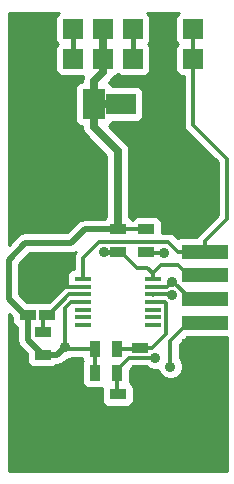
<source format=gbr>
G04 #@! TF.FileFunction,Copper,L2,Bot,Signal*
%FSLAX46Y46*%
G04 Gerber Fmt 4.6, Leading zero omitted, Abs format (unit mm)*
G04 Created by KiCad (PCBNEW 0.201503251001+5534~22~ubuntu14.04.1-product) date St 25. březen 2015, 23:39:12 CET*
%MOMM*%
G01*
G04 APERTURE LIST*
%ADD10C,0.100000*%
%ADD11R,1.450000X0.450000*%
%ADD12R,1.397000X0.889000*%
%ADD13R,1.651000X1.651000*%
%ADD14C,6.000000*%
%ADD15R,0.889000X1.397000*%
%ADD16R,4.000000X1.200000*%
%ADD17R,1.950720X2.499360*%
%ADD18R,2.499360X1.800860*%
%ADD19C,0.889000*%
%ADD20C,0.300000*%
%ADD21C,0.254000*%
%ADD22C,0.700000*%
%ADD23C,0.500000*%
%ADD24C,0.400000*%
G04 APERTURE END LIST*
D10*
D11*
X13110000Y17190000D03*
X13110000Y16540000D03*
X13110000Y15890000D03*
X13110000Y15240000D03*
X13110000Y14590000D03*
X13110000Y13940000D03*
X13110000Y13290000D03*
X7210000Y13290000D03*
X7210000Y13940000D03*
X7210000Y14590000D03*
X7210000Y15240000D03*
X7210000Y15890000D03*
X7210000Y16540000D03*
X7210000Y17190000D03*
D12*
X4191000Y14160500D03*
X4191000Y16065500D03*
X2540000Y14160500D03*
X2540000Y16065500D03*
D13*
X11430000Y35814000D03*
X3810000Y38354000D03*
X8890000Y38354000D03*
X3810000Y35814000D03*
X13970000Y38354000D03*
X11430000Y38354000D03*
X6350000Y38354000D03*
X13970000Y35814000D03*
X6350000Y35814000D03*
X8890000Y35814000D03*
X16510000Y35814000D03*
X16510000Y38354000D03*
D14*
X5080000Y5080000D03*
X15240000Y5080000D03*
X15240000Y25400000D03*
X5080000Y25400000D03*
D12*
X3810000Y10795000D03*
X3810000Y12700000D03*
D15*
X10096500Y11303000D03*
X8191500Y11303000D03*
D12*
X12065000Y9461500D03*
X12065000Y11366500D03*
D15*
X10096500Y9271000D03*
X8191500Y9271000D03*
D12*
X10160000Y5524500D03*
X10160000Y7429500D03*
X10160000Y19494500D03*
X10160000Y21399500D03*
X12573000Y19494500D03*
X12573000Y21399500D03*
D16*
X17526000Y11494000D03*
X17526000Y13494000D03*
X17526000Y15494000D03*
X17526000Y17494000D03*
X17526000Y19494000D03*
D17*
X5029200Y32004000D03*
X8128000Y32004000D03*
D18*
X14411960Y32004000D03*
X10414000Y32004000D03*
D19*
X2793996Y18034000D03*
X5842000Y18541990D03*
X14605000Y9779000D03*
X5674510Y11453010D03*
X14097000Y19431000D03*
X14726668Y16962383D03*
X8972073Y19475927D03*
X13344689Y10534541D03*
X14757382Y15819794D03*
D20*
X3810000Y13779500D02*
X4191000Y14160500D01*
X3810000Y12700000D02*
X3810000Y13779500D01*
X4322012Y14160500D02*
X4191000Y14160500D01*
X6051512Y15890000D02*
X4322012Y14160500D01*
X7210000Y15890000D02*
X6051512Y15890000D01*
D21*
X4318000Y15938500D02*
X4191000Y16065500D01*
D20*
X4665500Y16540000D02*
X4191000Y16065500D01*
X7210000Y16540000D02*
X4665500Y16540000D01*
X4191000Y16810000D02*
X2967000Y18034000D01*
X2967000Y18034000D02*
X2793996Y18034000D01*
X4191000Y16065500D02*
X4191000Y16810000D01*
X4191000Y16810000D02*
X4191000Y16890990D01*
X4191000Y16890990D02*
X5397501Y18097491D01*
X5397501Y18097491D02*
X5842000Y18541990D01*
D22*
X8890000Y35814000D02*
X8890000Y34915075D01*
X8128000Y32004000D02*
X8128000Y33953680D01*
X8128000Y33953680D02*
X8890000Y34715680D01*
X8890000Y34715680D02*
X8890000Y34915075D01*
X10160000Y25783807D02*
X10160000Y22544000D01*
X8128000Y30054320D02*
X10160000Y28022320D01*
X8128000Y32004000D02*
X8128000Y30054320D01*
X10160000Y28022320D02*
X10160000Y25783807D01*
X8128000Y32004000D02*
X10414000Y32004000D01*
D20*
X17526000Y13494000D02*
X16126000Y13494000D01*
X5674510Y14729510D02*
X5674510Y11453010D01*
X6185000Y15240000D02*
X5674510Y14729510D01*
X7210000Y15240000D02*
X6185000Y15240000D01*
X14605000Y11973000D02*
X14605000Y9779000D01*
X16126000Y13494000D02*
X14605000Y11973000D01*
X8191500Y9271000D02*
X8191500Y11303000D01*
X5824520Y11303000D02*
X5674510Y11453010D01*
X8191500Y11303000D02*
X5824520Y11303000D01*
X12573000Y21399500D02*
X10160000Y21399500D01*
D22*
X8890000Y38354000D02*
X8890000Y35814000D01*
X10160000Y22544000D02*
X10160000Y21399500D01*
D23*
X6222503Y20252501D02*
X2338719Y20252501D01*
X7369502Y21399500D02*
X6222503Y20252501D01*
X10160000Y21399500D02*
X7369502Y21399500D01*
X2286000Y14160500D02*
X2540000Y14160500D01*
X905499Y15541001D02*
X2286000Y14160500D01*
X905499Y18819281D02*
X905499Y15541001D01*
X2338719Y20252501D02*
X905499Y18819281D01*
X2540000Y12065000D02*
X3810000Y10795000D01*
X2540000Y14160500D02*
X2540000Y12065000D01*
X5016500Y10795000D02*
X5674510Y11453010D01*
X3810000Y10795000D02*
X5016500Y10795000D01*
D24*
X11430000Y35814000D02*
X11430000Y38354000D01*
D21*
X12192000Y19494500D02*
X11938000Y19494500D01*
D20*
X12636500Y19431000D02*
X12573000Y19494500D01*
X14097000Y19431000D02*
X12636500Y19431000D01*
X13110000Y16540000D02*
X14304285Y16540000D01*
X14304285Y16540000D02*
X14726668Y16962383D01*
X16338958Y15494000D02*
X17526000Y15494000D01*
X14870575Y16962383D02*
X16338958Y15494000D01*
X14726668Y16962383D02*
X14870575Y16962383D01*
D24*
X6350000Y35814000D02*
X6350000Y38354000D01*
X8972073Y19475927D02*
X10141427Y19475927D01*
X10141427Y19475927D02*
X10160000Y19494500D01*
D20*
X17222000Y17190000D02*
X17526000Y17494000D01*
X13110000Y17715000D02*
X12664000Y18161000D01*
X10414000Y19494500D02*
X10160000Y19494500D01*
X11747500Y18161000D02*
X10414000Y19494500D01*
X12664000Y18161000D02*
X11747500Y18161000D01*
X15226000Y18394000D02*
X16126000Y17494000D01*
X16126000Y17494000D02*
X17526000Y17494000D01*
X13789000Y18394000D02*
X15226000Y18394000D01*
X13110000Y17715000D02*
X13789000Y18394000D01*
X13110000Y17190000D02*
X13110000Y17715000D01*
X16510000Y35814000D02*
X16510000Y38354000D01*
X17526000Y20394000D02*
X17526000Y19494000D01*
X19390001Y27392001D02*
X19390001Y22258001D01*
X16510000Y30272002D02*
X19390001Y27392001D01*
X19390001Y22258001D02*
X17526000Y20394000D01*
X16510000Y35814000D02*
X16510000Y30272002D01*
X7210000Y17715000D02*
X7210000Y17190000D01*
X8583365Y20343001D02*
X7210000Y18969636D01*
X7210000Y18969636D02*
X7210000Y17715000D01*
X14440781Y20343001D02*
X8583365Y20343001D01*
X15289782Y19494000D02*
X14440781Y20343001D01*
X17526000Y19494000D02*
X15289782Y19494000D01*
X13130999Y15910999D02*
X13110000Y15890000D01*
X10096500Y9525000D02*
X11089499Y10517999D01*
X10096500Y9271000D02*
X10096500Y9525000D01*
X13328147Y10517999D02*
X13344689Y10534541D01*
X11089499Y10517999D02*
X13328147Y10517999D01*
X13130999Y15869001D02*
X13110000Y15890000D01*
X10096500Y7493000D02*
X10160000Y7429500D01*
X10096500Y9271000D02*
X10096500Y7493000D01*
X14757382Y15819794D02*
X14687176Y15890000D01*
X14687176Y15890000D02*
X13110000Y15890000D01*
X12001500Y11303000D02*
X12065000Y11366500D01*
X10096500Y11303000D02*
X12001500Y11303000D01*
X14135000Y15240000D02*
X13110000Y15240000D01*
X12065000Y11366500D02*
X13063500Y11366500D01*
X13063500Y11366500D02*
X14239001Y12542001D01*
X14239001Y12542001D02*
X14239001Y15138201D01*
X14239001Y15138201D02*
X14137202Y15240000D01*
X14137202Y15240000D02*
X14135000Y15240000D01*
D21*
G36*
X6622075Y19475559D02*
X6484755Y19270043D01*
X6425000Y18969636D01*
X6425000Y18050799D01*
X6242877Y18015463D01*
X6030073Y17875673D01*
X5887623Y17664640D01*
X5837560Y17415000D01*
X5837560Y16965000D01*
X5884537Y16722877D01*
X5931649Y16651158D01*
X5751105Y16615245D01*
X5496433Y16445079D01*
X4303794Y15252440D01*
X3492500Y15252440D01*
X3363401Y15227393D01*
X3238500Y15252440D01*
X2445639Y15252440D01*
X1790499Y15907580D01*
X1790499Y18452702D01*
X2705298Y19367501D01*
X6222497Y19367501D01*
X6222503Y19367500D01*
X6222503Y19367501D01*
X6504987Y19423691D01*
X6561177Y19434868D01*
X6561178Y19434868D01*
X6622075Y19475559D01*
X6622075Y19475559D01*
G37*
X6622075Y19475559D02*
X6484755Y19270043D01*
X6425000Y18969636D01*
X6425000Y18050799D01*
X6242877Y18015463D01*
X6030073Y17875673D01*
X5887623Y17664640D01*
X5837560Y17415000D01*
X5837560Y16965000D01*
X5884537Y16722877D01*
X5931649Y16651158D01*
X5751105Y16615245D01*
X5496433Y16445079D01*
X4303794Y15252440D01*
X3492500Y15252440D01*
X3363401Y15227393D01*
X3238500Y15252440D01*
X2445639Y15252440D01*
X1790499Y15907580D01*
X1790499Y18452702D01*
X2705298Y19367501D01*
X6222497Y19367501D01*
X6222503Y19367500D01*
X6222503Y19367501D01*
X6504987Y19423691D01*
X6561177Y19434868D01*
X6561178Y19434868D01*
X6622075Y19475559D01*
G36*
X9175000Y22415312D02*
X9006573Y22304673D01*
X8992955Y22284500D01*
X7369507Y22284500D01*
X7369502Y22284501D01*
X7030828Y22217134D01*
X6935556Y22153476D01*
X6743712Y22025290D01*
X6743709Y22025287D01*
X5855923Y21137501D01*
X2338724Y21137501D01*
X2338719Y21137502D01*
X2000044Y21070134D01*
X1712929Y20878291D01*
X1712926Y20878288D01*
X941000Y20106362D01*
X941000Y39699000D01*
X5159126Y39699000D01*
X5069573Y39640173D01*
X4927123Y39429140D01*
X4877060Y39179500D01*
X4877060Y37528500D01*
X4924037Y37286377D01*
X5057805Y37082740D01*
X4927123Y36889140D01*
X4877060Y36639500D01*
X4877060Y34988500D01*
X4924037Y34746377D01*
X5063827Y34533573D01*
X5274860Y34391123D01*
X5524500Y34341060D01*
X7175500Y34341060D01*
X7232318Y34352085D01*
X7217979Y34330623D01*
X7143000Y33953680D01*
X7143000Y33899250D01*
X6910517Y33854143D01*
X6697713Y33714353D01*
X6555263Y33503320D01*
X6505200Y33253680D01*
X6505200Y30754320D01*
X6552177Y30512197D01*
X6691967Y30299393D01*
X6903000Y30156943D01*
X7143000Y30108814D01*
X7143000Y30054320D01*
X7217979Y29677377D01*
X7431500Y29357820D01*
X9175000Y27614320D01*
X9175000Y25783807D01*
X9175000Y22544000D01*
X9175000Y22415312D01*
X9175000Y22415312D01*
G37*
X9175000Y22415312D02*
X9006573Y22304673D01*
X8992955Y22284500D01*
X7369507Y22284500D01*
X7369502Y22284501D01*
X7030828Y22217134D01*
X6935556Y22153476D01*
X6743712Y22025290D01*
X6743709Y22025287D01*
X5855923Y21137501D01*
X2338724Y21137501D01*
X2338719Y21137502D01*
X2000044Y21070134D01*
X1712929Y20878291D01*
X1712926Y20878288D01*
X941000Y20106362D01*
X941000Y39699000D01*
X5159126Y39699000D01*
X5069573Y39640173D01*
X4927123Y39429140D01*
X4877060Y39179500D01*
X4877060Y37528500D01*
X4924037Y37286377D01*
X5057805Y37082740D01*
X4927123Y36889140D01*
X4877060Y36639500D01*
X4877060Y34988500D01*
X4924037Y34746377D01*
X5063827Y34533573D01*
X5274860Y34391123D01*
X5524500Y34341060D01*
X7175500Y34341060D01*
X7232318Y34352085D01*
X7217979Y34330623D01*
X7143000Y33953680D01*
X7143000Y33899250D01*
X6910517Y33854143D01*
X6697713Y33714353D01*
X6555263Y33503320D01*
X6505200Y33253680D01*
X6505200Y30754320D01*
X6552177Y30512197D01*
X6691967Y30299393D01*
X6903000Y30156943D01*
X7143000Y30108814D01*
X7143000Y30054320D01*
X7217979Y29677377D01*
X7431500Y29357820D01*
X9175000Y27614320D01*
X9175000Y25783807D01*
X9175000Y22544000D01*
X9175000Y22415312D01*
G36*
X18605001Y22583159D02*
X16970921Y20949079D01*
X16832181Y20741440D01*
X15526000Y20741440D01*
X15283877Y20694463D01*
X15232938Y20661002D01*
X14995860Y20898080D01*
X14741188Y21068246D01*
X14440781Y21128001D01*
X13918940Y21128001D01*
X13918940Y21844000D01*
X13871963Y22086123D01*
X13732173Y22298927D01*
X13521140Y22441377D01*
X13271500Y22491440D01*
X11874500Y22491440D01*
X11632377Y22444463D01*
X11419573Y22304673D01*
X11366777Y22226459D01*
X11319173Y22298927D01*
X11145000Y22416496D01*
X11145000Y22544000D01*
X11145000Y25783807D01*
X11145000Y28022320D01*
X11070021Y28399263D01*
X10856500Y28718820D01*
X9391339Y30183981D01*
X9558287Y30293647D01*
X9667965Y30456130D01*
X11663680Y30456130D01*
X11905803Y30503107D01*
X12118607Y30642897D01*
X12261057Y30853930D01*
X12311120Y31103570D01*
X12311120Y32904430D01*
X12264143Y33146553D01*
X12124353Y33359357D01*
X11913320Y33501807D01*
X11663680Y33551870D01*
X9666992Y33551870D01*
X9564033Y33708607D01*
X9392030Y33824711D01*
X9586500Y34019180D01*
X9800021Y34338737D01*
X9803894Y34358211D01*
X9957623Y34388037D01*
X10161260Y34521806D01*
X10354860Y34391123D01*
X10604500Y34341060D01*
X12255500Y34341060D01*
X12497623Y34388037D01*
X12710427Y34527827D01*
X12852877Y34738860D01*
X12902940Y34988500D01*
X12902940Y36639500D01*
X12855963Y36881623D01*
X12722194Y37085261D01*
X12852877Y37278860D01*
X12902940Y37528500D01*
X12902940Y39179500D01*
X12855963Y39421623D01*
X12716173Y39634427D01*
X12620511Y39699000D01*
X15319126Y39699000D01*
X15229573Y39640173D01*
X15087123Y39429140D01*
X15037060Y39179500D01*
X15037060Y37528500D01*
X15084037Y37286377D01*
X15217805Y37082740D01*
X15087123Y36889140D01*
X15037060Y36639500D01*
X15037060Y34988500D01*
X15084037Y34746377D01*
X15223827Y34533573D01*
X15434860Y34391123D01*
X15684500Y34341060D01*
X15725000Y34341060D01*
X15725000Y30272002D01*
X15784755Y29971595D01*
X15954921Y29716923D01*
X18605001Y27066843D01*
X18605001Y22583159D01*
X18605001Y22583159D01*
G37*
X18605001Y22583159D02*
X16970921Y20949079D01*
X16832181Y20741440D01*
X15526000Y20741440D01*
X15283877Y20694463D01*
X15232938Y20661002D01*
X14995860Y20898080D01*
X14741188Y21068246D01*
X14440781Y21128001D01*
X13918940Y21128001D01*
X13918940Y21844000D01*
X13871963Y22086123D01*
X13732173Y22298927D01*
X13521140Y22441377D01*
X13271500Y22491440D01*
X11874500Y22491440D01*
X11632377Y22444463D01*
X11419573Y22304673D01*
X11366777Y22226459D01*
X11319173Y22298927D01*
X11145000Y22416496D01*
X11145000Y22544000D01*
X11145000Y25783807D01*
X11145000Y28022320D01*
X11070021Y28399263D01*
X10856500Y28718820D01*
X9391339Y30183981D01*
X9558287Y30293647D01*
X9667965Y30456130D01*
X11663680Y30456130D01*
X11905803Y30503107D01*
X12118607Y30642897D01*
X12261057Y30853930D01*
X12311120Y31103570D01*
X12311120Y32904430D01*
X12264143Y33146553D01*
X12124353Y33359357D01*
X11913320Y33501807D01*
X11663680Y33551870D01*
X9666992Y33551870D01*
X9564033Y33708607D01*
X9392030Y33824711D01*
X9586500Y34019180D01*
X9800021Y34338737D01*
X9803894Y34358211D01*
X9957623Y34388037D01*
X10161260Y34521806D01*
X10354860Y34391123D01*
X10604500Y34341060D01*
X12255500Y34341060D01*
X12497623Y34388037D01*
X12710427Y34527827D01*
X12852877Y34738860D01*
X12902940Y34988500D01*
X12902940Y36639500D01*
X12855963Y36881623D01*
X12722194Y37085261D01*
X12852877Y37278860D01*
X12902940Y37528500D01*
X12902940Y39179500D01*
X12855963Y39421623D01*
X12716173Y39634427D01*
X12620511Y39699000D01*
X15319126Y39699000D01*
X15229573Y39640173D01*
X15087123Y39429140D01*
X15037060Y39179500D01*
X15037060Y37528500D01*
X15084037Y37286377D01*
X15217805Y37082740D01*
X15087123Y36889140D01*
X15037060Y36639500D01*
X15037060Y34988500D01*
X15084037Y34746377D01*
X15223827Y34533573D01*
X15434860Y34391123D01*
X15684500Y34341060D01*
X15725000Y34341060D01*
X15725000Y30272002D01*
X15784755Y29971595D01*
X15954921Y29716923D01*
X18605001Y27066843D01*
X18605001Y22583159D01*
G36*
X19379000Y941000D02*
X941000Y941000D01*
X941000Y14253920D01*
X1194060Y14000860D01*
X1194060Y13716000D01*
X1241037Y13473877D01*
X1380827Y13261073D01*
X1591860Y13118623D01*
X1655000Y13105961D01*
X1655000Y12065006D01*
X1654999Y12065000D01*
X1711189Y11782516D01*
X1722367Y11726325D01*
X1914210Y11439210D01*
X2464060Y10889360D01*
X2464060Y10350500D01*
X2511037Y10108377D01*
X2650827Y9895573D01*
X2861860Y9753123D01*
X3111500Y9703060D01*
X4508500Y9703060D01*
X4750623Y9750037D01*
X4963427Y9889827D01*
X4977044Y9910000D01*
X5016494Y9910000D01*
X5016500Y9909999D01*
X5016500Y9910000D01*
X5298984Y9966190D01*
X5355174Y9977367D01*
X5355175Y9977367D01*
X5642290Y10169210D01*
X5846439Y10373360D01*
X5888294Y10373323D01*
X6238438Y10518000D01*
X7116342Y10518000D01*
X7146537Y10362377D01*
X7195744Y10287468D01*
X7149623Y10219140D01*
X7099560Y9969500D01*
X7099560Y8572500D01*
X7146537Y8330377D01*
X7286327Y8117573D01*
X7497360Y7975123D01*
X7747000Y7925060D01*
X8636000Y7925060D01*
X8831922Y7963074D01*
X8814060Y7874000D01*
X8814060Y6985000D01*
X8861037Y6742877D01*
X9000827Y6530073D01*
X9211860Y6387623D01*
X9461500Y6337560D01*
X10858500Y6337560D01*
X11100623Y6384537D01*
X11313427Y6524327D01*
X11455877Y6735360D01*
X11505940Y6985000D01*
X11505940Y7874000D01*
X11458963Y8116123D01*
X11319173Y8328927D01*
X11161004Y8435693D01*
X11188440Y8572500D01*
X11188440Y9506782D01*
X11414657Y9732999D01*
X12619520Y9732999D01*
X12732403Y9619919D01*
X13129021Y9455228D01*
X13558473Y9454854D01*
X13569099Y9459245D01*
X13689311Y9168311D01*
X13992714Y8864378D01*
X14389332Y8699687D01*
X14818784Y8699313D01*
X15215689Y8863311D01*
X15519622Y9166714D01*
X15684313Y9563332D01*
X15684687Y9992784D01*
X15520689Y10389689D01*
X15390000Y10520606D01*
X15390000Y11647842D01*
X15988718Y12246560D01*
X19379000Y12246560D01*
X19379000Y941000D01*
X19379000Y941000D01*
G37*
X19379000Y941000D02*
X941000Y941000D01*
X941000Y14253920D01*
X1194060Y14000860D01*
X1194060Y13716000D01*
X1241037Y13473877D01*
X1380827Y13261073D01*
X1591860Y13118623D01*
X1655000Y13105961D01*
X1655000Y12065006D01*
X1654999Y12065000D01*
X1711189Y11782516D01*
X1722367Y11726325D01*
X1914210Y11439210D01*
X2464060Y10889360D01*
X2464060Y10350500D01*
X2511037Y10108377D01*
X2650827Y9895573D01*
X2861860Y9753123D01*
X3111500Y9703060D01*
X4508500Y9703060D01*
X4750623Y9750037D01*
X4963427Y9889827D01*
X4977044Y9910000D01*
X5016494Y9910000D01*
X5016500Y9909999D01*
X5016500Y9910000D01*
X5298984Y9966190D01*
X5355174Y9977367D01*
X5355175Y9977367D01*
X5642290Y10169210D01*
X5846439Y10373360D01*
X5888294Y10373323D01*
X6238438Y10518000D01*
X7116342Y10518000D01*
X7146537Y10362377D01*
X7195744Y10287468D01*
X7149623Y10219140D01*
X7099560Y9969500D01*
X7099560Y8572500D01*
X7146537Y8330377D01*
X7286327Y8117573D01*
X7497360Y7975123D01*
X7747000Y7925060D01*
X8636000Y7925060D01*
X8831922Y7963074D01*
X8814060Y7874000D01*
X8814060Y6985000D01*
X8861037Y6742877D01*
X9000827Y6530073D01*
X9211860Y6387623D01*
X9461500Y6337560D01*
X10858500Y6337560D01*
X11100623Y6384537D01*
X11313427Y6524327D01*
X11455877Y6735360D01*
X11505940Y6985000D01*
X11505940Y7874000D01*
X11458963Y8116123D01*
X11319173Y8328927D01*
X11161004Y8435693D01*
X11188440Y8572500D01*
X11188440Y9506782D01*
X11414657Y9732999D01*
X12619520Y9732999D01*
X12732403Y9619919D01*
X13129021Y9455228D01*
X13558473Y9454854D01*
X13569099Y9459245D01*
X13689311Y9168311D01*
X13992714Y8864378D01*
X14389332Y8699687D01*
X14818784Y8699313D01*
X15215689Y8863311D01*
X15519622Y9166714D01*
X15684313Y9563332D01*
X15684687Y9992784D01*
X15520689Y10389689D01*
X15390000Y10520606D01*
X15390000Y11647842D01*
X15988718Y12246560D01*
X19379000Y12246560D01*
X19379000Y941000D01*
M02*

</source>
